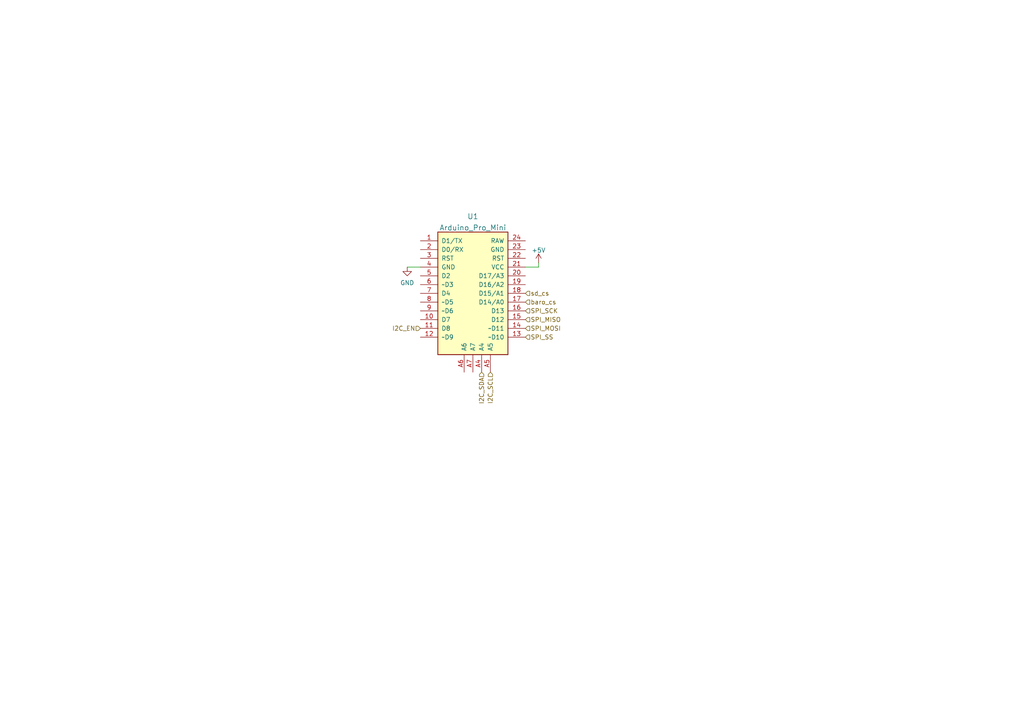
<source format=kicad_sch>
(kicad_sch (version 20211123) (generator eeschema)
  (paper "A4")
  (lib_symbols
    (symbol "Arduino:Arduino_Pro_Mini" (pin_names (offset 1.016))
      (property "Reference" "U" (at -10.16 21.59 0))
      (property "Value" "Arduino_Pro_Mini" (at 0 19.05 0))
      (symbol "Arduino_Pro_Mini_0_1"
        (rectangle (start -10.16 17.78) (end 10.16 -17.78) (stroke (width 0.254)) (fill (type background)))
      )
      (symbol "Arduino_Pro_Mini_1_1"
        (pin bidirectional line (at -15.24 15.24 0) (length 5.08) (name "D1/TX") (number "1"))
        (pin bidirectional line (at -15.24 -7.62 0) (length 5.08) (name "D7") (number "10"))
        (pin bidirectional line (at -15.24 -10.16 0) (length 5.08) (name "D8") (number "11"))
        (pin bidirectional line (at -15.24 -12.7 0) (length 5.08) (name "~D9") (number "12"))
        (pin bidirectional line (at 15.24 -12.7 180) (length 5.08) (name "~D10") (number "13"))
        (pin bidirectional line (at 15.24 -10.16 180) (length 5.08) (name "~D11") (number "14"))
        (pin bidirectional line (at 15.24 -7.62 180) (length 5.08) (name "D12") (number "15"))
        (pin bidirectional line (at 15.24 -5.08 180) (length 5.08) (name "D13") (number "16"))
        (pin bidirectional line (at 15.24 -2.54 180) (length 5.08) (name "D14/A0") (number "17"))
        (pin bidirectional line (at 15.24 0 180) (length 5.08) (name "D15/A1") (number "18"))
        (pin bidirectional line (at 15.24 2.54 180) (length 5.08) (name "D16/A2") (number "19"))
        (pin bidirectional line (at -15.24 12.7 0) (length 5.08) (name "D0/RX") (number "2"))
        (pin bidirectional line (at 15.24 5.08 180) (length 5.08) (name "D17/A3") (number "20"))
        (pin power_in line (at 15.24 7.62 180) (length 5.08) (name "VCC") (number "21"))
        (pin input line (at 15.24 10.16 180) (length 5.08) (name "RST") (number "22"))
        (pin power_in line (at 15.24 12.7 180) (length 5.08) (name "GND") (number "23"))
        (pin power_out line (at 15.24 15.24 180) (length 5.08) (name "RAW") (number "24"))
        (pin input line (at -15.24 10.16 0) (length 5.08) (name "RST") (number "3"))
        (pin power_in line (at -15.24 7.62 0) (length 5.08) (name "GND") (number "4"))
        (pin bidirectional line (at -15.24 5.08 0) (length 5.08) (name "D2") (number "5"))
        (pin bidirectional line (at -15.24 2.54 0) (length 5.08) (name "~D3") (number "6"))
        (pin bidirectional line (at -15.24 0 0) (length 5.08) (name "D4") (number "7"))
        (pin bidirectional line (at -15.24 -2.54 0) (length 5.08) (name "~D5") (number "8"))
        (pin bidirectional line (at -15.24 -5.08 0) (length 5.08) (name "~D6") (number "9"))
        (pin bidirectional line (at 2.54 -22.86 90) (length 5.08) (name "A4") (number "A4"))
        (pin bidirectional line (at 5.08 -22.86 90) (length 5.08) (name "A5") (number "A5"))
        (pin bidirectional line (at -2.54 -22.86 90) (length 5.08) (name "A6") (number "A6"))
        (pin bidirectional line (at 0 -22.86 90) (length 5.08) (name "A7") (number "A7"))
      )
    )
    (symbol "power:+5V" (power) (pin_names (offset 0))
      (property "Value" "+5V" (at 0 3.556 0))
      (symbol "+5V_0_1"
        (polyline (pts (xy -0.762 1.27) (xy 0 2.54)))
        (polyline (pts (xy 0 0) (xy 0 2.54)))
        (polyline (pts (xy 0 2.54) (xy 0.762 1.27)))
      )
      (symbol "+5V_1_1"
        (pin power_in line (at 0 0 90) (length 0) hide (name "+5V") (number "1"))
      )
    )
    (symbol "power:GND" (power) (pin_names (offset 0))
      (property "Value" "GND" (at 0 -3.81 0))
      (symbol "GND_0_1"
        (polyline (pts (xy 0 0) (xy 0 -1.27) (xy 1.27 -1.27) (xy 0 -2.54) (xy -1.27 -1.27) (xy 0 -1.27)))
      )
      (symbol "GND_1_1"
        (pin power_in line (at 0 0 270) (length 0) hide (name "GND") (number "1"))
      )
    )
  )
  (wire (pts (xy 152.4 77.47) (xy 156.21 77.47)))
  (wire (pts (xy 118.11 77.47) (xy 121.92 77.47)))
  (wire (pts (xy 156.21 77.47) (xy 156.21 76.2)))
  (hierarchical_label "SPI_SS" (shape input) (at 152.4 97.79 0))
  (hierarchical_label "I2C_SDA" (shape input) (at 139.7 107.95 270))
  (hierarchical_label "baro_cs" (shape input) (at 152.4 87.63 0))
  (hierarchical_label "I2C_SCL" (shape input) (at 142.24 107.95 270))
  (hierarchical_label "SPI_MOSI" (shape input) (at 152.4 95.25 0))
  (hierarchical_label "SPI_SCK" (shape input) (at 152.4 90.17 0))
  (hierarchical_label "sd_cs" (shape input) (at 152.4 85.09 0))
  (hierarchical_label "I2C_EN" (shape input) (at 121.92 95.25 180))
  (hierarchical_label "SPI_MISO" (shape input) (at 152.4 92.71 0))
  (symbol (lib_id "power:GND") (at 118.11 77.47 0) (unit 1)
    (property "Reference" "#PWR0103" (effects hide))
    (property "Value" "GND" (at 118.11 82.0325 0))
  )
  (symbol (lib_id "Arduino:Arduino_Pro_Mini") (at 137.16 85.09 0) (unit 1)
    (property "Reference" "U1" (at 137.16 62.7791 0) (effects (font (size 1.524 1.524))))
    (property "Value" "Arduino_Pro_Mini" (at 137.16 66.0581 0) (effects (font (size 1.524 1.524))))
    (property "Footprint" "Arduino:Arduino_Pro_Mini" (effects hide))
    (property "Datasheet" "https://www.sparkfun.com/products/11113" (effects hide))
  )
  (symbol (lib_id "power:+5V") (at 156.21 76.2 0) (unit 1)
    (property "Reference" "#PWR0102" (effects hide))
    (property "Value" "+5V" (at 156.21 72.5955 0))
  )
)
</source>
